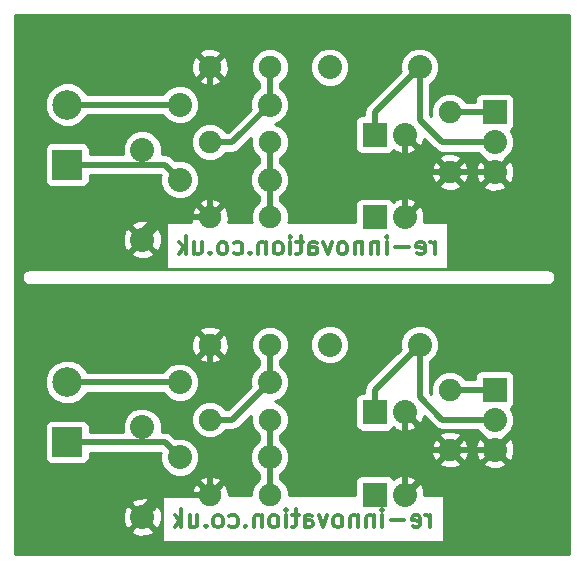
<source format=gbl>
G04 (created by PCBNEW (2013-07-07 BZR 4022)-stable) date 07/12/2013 13:23:06*
%MOIN*%
G04 Gerber Fmt 3.4, Leading zero omitted, Abs format*
%FSLAX34Y34*%
G01*
G70*
G90*
G04 APERTURE LIST*
%ADD10C,0.00590551*%
%ADD11C,0.011811*%
%ADD12C,0.075*%
%ADD13R,0.08X0.08*%
%ADD14C,0.08*%
%ADD15R,0.0984X0.0984*%
%ADD16C,0.0984*%
%ADD17C,0.035*%
%ADD18C,0.02*%
%ADD19C,0.01*%
G04 APERTURE END LIST*
G54D10*
G54D11*
X23096Y-35839D02*
X23096Y-35445D01*
X23096Y-35557D02*
X23068Y-35501D01*
X23040Y-35473D01*
X22983Y-35445D01*
X22927Y-35445D01*
X22505Y-35810D02*
X22562Y-35839D01*
X22674Y-35839D01*
X22730Y-35810D01*
X22758Y-35754D01*
X22758Y-35529D01*
X22730Y-35473D01*
X22674Y-35445D01*
X22562Y-35445D01*
X22505Y-35473D01*
X22477Y-35529D01*
X22477Y-35585D01*
X22758Y-35642D01*
X22224Y-35614D02*
X21774Y-35614D01*
X21493Y-35839D02*
X21493Y-35445D01*
X21493Y-35248D02*
X21521Y-35276D01*
X21493Y-35304D01*
X21465Y-35276D01*
X21493Y-35248D01*
X21493Y-35304D01*
X21212Y-35445D02*
X21212Y-35839D01*
X21212Y-35501D02*
X21184Y-35473D01*
X21127Y-35445D01*
X21043Y-35445D01*
X20987Y-35473D01*
X20959Y-35529D01*
X20959Y-35839D01*
X20677Y-35445D02*
X20677Y-35839D01*
X20677Y-35501D02*
X20649Y-35473D01*
X20593Y-35445D01*
X20509Y-35445D01*
X20452Y-35473D01*
X20424Y-35529D01*
X20424Y-35839D01*
X20059Y-35839D02*
X20115Y-35810D01*
X20143Y-35782D01*
X20171Y-35726D01*
X20171Y-35557D01*
X20143Y-35501D01*
X20115Y-35473D01*
X20059Y-35445D01*
X19974Y-35445D01*
X19918Y-35473D01*
X19890Y-35501D01*
X19862Y-35557D01*
X19862Y-35726D01*
X19890Y-35782D01*
X19918Y-35810D01*
X19974Y-35839D01*
X20059Y-35839D01*
X19665Y-35445D02*
X19524Y-35839D01*
X19384Y-35445D01*
X18906Y-35839D02*
X18906Y-35529D01*
X18934Y-35473D01*
X18990Y-35445D01*
X19103Y-35445D01*
X19159Y-35473D01*
X18906Y-35810D02*
X18962Y-35839D01*
X19103Y-35839D01*
X19159Y-35810D01*
X19187Y-35754D01*
X19187Y-35698D01*
X19159Y-35642D01*
X19103Y-35614D01*
X18962Y-35614D01*
X18906Y-35585D01*
X18709Y-35445D02*
X18484Y-35445D01*
X18625Y-35248D02*
X18625Y-35754D01*
X18596Y-35810D01*
X18540Y-35839D01*
X18484Y-35839D01*
X18287Y-35839D02*
X18287Y-35445D01*
X18287Y-35248D02*
X18315Y-35276D01*
X18287Y-35304D01*
X18259Y-35276D01*
X18287Y-35248D01*
X18287Y-35304D01*
X17921Y-35839D02*
X17978Y-35810D01*
X18006Y-35782D01*
X18034Y-35726D01*
X18034Y-35557D01*
X18006Y-35501D01*
X17978Y-35473D01*
X17921Y-35445D01*
X17837Y-35445D01*
X17781Y-35473D01*
X17753Y-35501D01*
X17725Y-35557D01*
X17725Y-35726D01*
X17753Y-35782D01*
X17781Y-35810D01*
X17837Y-35839D01*
X17921Y-35839D01*
X17472Y-35445D02*
X17472Y-35839D01*
X17472Y-35501D02*
X17443Y-35473D01*
X17387Y-35445D01*
X17303Y-35445D01*
X17247Y-35473D01*
X17218Y-35529D01*
X17218Y-35839D01*
X16937Y-35782D02*
X16909Y-35810D01*
X16937Y-35839D01*
X16965Y-35810D01*
X16937Y-35782D01*
X16937Y-35839D01*
X16403Y-35810D02*
X16459Y-35839D01*
X16572Y-35839D01*
X16628Y-35810D01*
X16656Y-35782D01*
X16684Y-35726D01*
X16684Y-35557D01*
X16656Y-35501D01*
X16628Y-35473D01*
X16572Y-35445D01*
X16459Y-35445D01*
X16403Y-35473D01*
X16065Y-35839D02*
X16122Y-35810D01*
X16150Y-35782D01*
X16178Y-35726D01*
X16178Y-35557D01*
X16150Y-35501D01*
X16122Y-35473D01*
X16065Y-35445D01*
X15981Y-35445D01*
X15925Y-35473D01*
X15897Y-35501D01*
X15869Y-35557D01*
X15869Y-35726D01*
X15897Y-35782D01*
X15925Y-35810D01*
X15981Y-35839D01*
X16065Y-35839D01*
X15616Y-35782D02*
X15587Y-35810D01*
X15616Y-35839D01*
X15644Y-35810D01*
X15616Y-35782D01*
X15616Y-35839D01*
X15081Y-35445D02*
X15081Y-35839D01*
X15334Y-35445D02*
X15334Y-35754D01*
X15306Y-35810D01*
X15250Y-35839D01*
X15166Y-35839D01*
X15109Y-35810D01*
X15081Y-35782D01*
X14800Y-35839D02*
X14800Y-35248D01*
X14744Y-35614D02*
X14575Y-35839D01*
X14575Y-35445D02*
X14800Y-35670D01*
X23246Y-26739D02*
X23246Y-26345D01*
X23246Y-26457D02*
X23218Y-26401D01*
X23190Y-26373D01*
X23133Y-26345D01*
X23077Y-26345D01*
X22655Y-26710D02*
X22712Y-26739D01*
X22824Y-26739D01*
X22880Y-26710D01*
X22908Y-26654D01*
X22908Y-26429D01*
X22880Y-26373D01*
X22824Y-26345D01*
X22712Y-26345D01*
X22655Y-26373D01*
X22627Y-26429D01*
X22627Y-26485D01*
X22908Y-26542D01*
X22374Y-26514D02*
X21924Y-26514D01*
X21643Y-26739D02*
X21643Y-26345D01*
X21643Y-26148D02*
X21671Y-26176D01*
X21643Y-26204D01*
X21615Y-26176D01*
X21643Y-26148D01*
X21643Y-26204D01*
X21362Y-26345D02*
X21362Y-26739D01*
X21362Y-26401D02*
X21334Y-26373D01*
X21277Y-26345D01*
X21193Y-26345D01*
X21137Y-26373D01*
X21109Y-26429D01*
X21109Y-26739D01*
X20827Y-26345D02*
X20827Y-26739D01*
X20827Y-26401D02*
X20799Y-26373D01*
X20743Y-26345D01*
X20659Y-26345D01*
X20602Y-26373D01*
X20574Y-26429D01*
X20574Y-26739D01*
X20209Y-26739D02*
X20265Y-26710D01*
X20293Y-26682D01*
X20321Y-26626D01*
X20321Y-26457D01*
X20293Y-26401D01*
X20265Y-26373D01*
X20209Y-26345D01*
X20124Y-26345D01*
X20068Y-26373D01*
X20040Y-26401D01*
X20012Y-26457D01*
X20012Y-26626D01*
X20040Y-26682D01*
X20068Y-26710D01*
X20124Y-26739D01*
X20209Y-26739D01*
X19815Y-26345D02*
X19674Y-26739D01*
X19534Y-26345D01*
X19056Y-26739D02*
X19056Y-26429D01*
X19084Y-26373D01*
X19140Y-26345D01*
X19253Y-26345D01*
X19309Y-26373D01*
X19056Y-26710D02*
X19112Y-26739D01*
X19253Y-26739D01*
X19309Y-26710D01*
X19337Y-26654D01*
X19337Y-26598D01*
X19309Y-26542D01*
X19253Y-26514D01*
X19112Y-26514D01*
X19056Y-26485D01*
X18859Y-26345D02*
X18634Y-26345D01*
X18775Y-26148D02*
X18775Y-26654D01*
X18746Y-26710D01*
X18690Y-26739D01*
X18634Y-26739D01*
X18437Y-26739D02*
X18437Y-26345D01*
X18437Y-26148D02*
X18465Y-26176D01*
X18437Y-26204D01*
X18409Y-26176D01*
X18437Y-26148D01*
X18437Y-26204D01*
X18071Y-26739D02*
X18128Y-26710D01*
X18156Y-26682D01*
X18184Y-26626D01*
X18184Y-26457D01*
X18156Y-26401D01*
X18128Y-26373D01*
X18071Y-26345D01*
X17987Y-26345D01*
X17931Y-26373D01*
X17903Y-26401D01*
X17875Y-26457D01*
X17875Y-26626D01*
X17903Y-26682D01*
X17931Y-26710D01*
X17987Y-26739D01*
X18071Y-26739D01*
X17622Y-26345D02*
X17622Y-26739D01*
X17622Y-26401D02*
X17593Y-26373D01*
X17537Y-26345D01*
X17453Y-26345D01*
X17397Y-26373D01*
X17368Y-26429D01*
X17368Y-26739D01*
X17087Y-26682D02*
X17059Y-26710D01*
X17087Y-26739D01*
X17115Y-26710D01*
X17087Y-26682D01*
X17087Y-26739D01*
X16553Y-26710D02*
X16609Y-26739D01*
X16722Y-26739D01*
X16778Y-26710D01*
X16806Y-26682D01*
X16834Y-26626D01*
X16834Y-26457D01*
X16806Y-26401D01*
X16778Y-26373D01*
X16722Y-26345D01*
X16609Y-26345D01*
X16553Y-26373D01*
X16215Y-26739D02*
X16272Y-26710D01*
X16300Y-26682D01*
X16328Y-26626D01*
X16328Y-26457D01*
X16300Y-26401D01*
X16272Y-26373D01*
X16215Y-26345D01*
X16131Y-26345D01*
X16075Y-26373D01*
X16047Y-26401D01*
X16019Y-26457D01*
X16019Y-26626D01*
X16047Y-26682D01*
X16075Y-26710D01*
X16131Y-26739D01*
X16215Y-26739D01*
X15766Y-26682D02*
X15737Y-26710D01*
X15766Y-26739D01*
X15794Y-26710D01*
X15766Y-26682D01*
X15766Y-26739D01*
X15231Y-26345D02*
X15231Y-26739D01*
X15484Y-26345D02*
X15484Y-26654D01*
X15456Y-26710D01*
X15400Y-26739D01*
X15316Y-26739D01*
X15259Y-26710D01*
X15231Y-26682D01*
X14950Y-26739D02*
X14950Y-26148D01*
X14894Y-26514D02*
X14725Y-26739D01*
X14725Y-26345D02*
X14950Y-26570D01*
G54D12*
X23750Y-31250D03*
X23750Y-33250D03*
X15750Y-29750D03*
X17750Y-29750D03*
X17750Y-34750D03*
X15750Y-34750D03*
X15750Y-32250D03*
X17750Y-32250D03*
G54D13*
X21250Y-32000D03*
G54D14*
X22250Y-32000D03*
G54D13*
X21250Y-34750D03*
G54D14*
X22250Y-34750D03*
X19750Y-29750D03*
X22750Y-29750D03*
X13500Y-32500D03*
X13500Y-35500D03*
X14750Y-33500D03*
X17750Y-33500D03*
X14750Y-31000D03*
X17750Y-31000D03*
G54D15*
X11000Y-33000D03*
G54D16*
X11000Y-31000D03*
G54D13*
X25250Y-31250D03*
G54D14*
X25250Y-32250D03*
X25250Y-33250D03*
G54D13*
X25250Y-22000D03*
G54D14*
X25250Y-23000D03*
X25250Y-24000D03*
G54D15*
X11000Y-23750D03*
G54D16*
X11000Y-21750D03*
G54D14*
X14750Y-21750D03*
X17750Y-21750D03*
X14750Y-24250D03*
X17750Y-24250D03*
X13500Y-23250D03*
X13500Y-26250D03*
X19750Y-20500D03*
X22750Y-20500D03*
G54D13*
X21250Y-25500D03*
G54D14*
X22250Y-25500D03*
G54D13*
X21250Y-22750D03*
G54D14*
X22250Y-22750D03*
G54D12*
X15750Y-23000D03*
X17750Y-23000D03*
X17750Y-25500D03*
X15750Y-25500D03*
X15750Y-20500D03*
X17750Y-20500D03*
X23750Y-22000D03*
X23750Y-24000D03*
G54D17*
X19250Y-33750D03*
X19250Y-24500D03*
G54D18*
X15750Y-33500D02*
X15000Y-32750D01*
X15000Y-32750D02*
X15000Y-32000D01*
X15000Y-32000D02*
X15750Y-31250D01*
X15750Y-31250D02*
X15750Y-29750D01*
X15750Y-34750D02*
X15750Y-33500D01*
X13500Y-35250D02*
X14000Y-34750D01*
X14000Y-34750D02*
X15750Y-34750D01*
X13500Y-35500D02*
X13500Y-35250D01*
X23750Y-33250D02*
X25250Y-33250D01*
X22250Y-33250D02*
X22250Y-32000D01*
X22250Y-33750D02*
X22250Y-33250D01*
X22250Y-34750D02*
X22250Y-33750D01*
X23750Y-33250D02*
X22250Y-33250D01*
X19250Y-33750D02*
X22250Y-33750D01*
X19250Y-24500D02*
X22250Y-24500D01*
X23750Y-24000D02*
X22250Y-24000D01*
X22250Y-25500D02*
X22250Y-24500D01*
X22250Y-24500D02*
X22250Y-24000D01*
X22250Y-24000D02*
X22250Y-22750D01*
X23750Y-24000D02*
X25250Y-24000D01*
X13500Y-26250D02*
X13500Y-26000D01*
X14000Y-25500D02*
X15750Y-25500D01*
X13500Y-26000D02*
X14000Y-25500D01*
X15750Y-25500D02*
X15750Y-24250D01*
X15750Y-22000D02*
X15750Y-20500D01*
X15000Y-22750D02*
X15750Y-22000D01*
X15000Y-23500D02*
X15000Y-22750D01*
X15750Y-24250D02*
X15000Y-23500D01*
X21250Y-31250D02*
X22750Y-29750D01*
X21250Y-32000D02*
X21250Y-31250D01*
X23500Y-32250D02*
X22750Y-31500D01*
X22750Y-31500D02*
X22750Y-29750D01*
X25250Y-32250D02*
X23500Y-32250D01*
X25250Y-23000D02*
X23500Y-23000D01*
X22750Y-22250D02*
X22750Y-20500D01*
X23500Y-23000D02*
X22750Y-22250D01*
X21250Y-22750D02*
X21250Y-22000D01*
X21250Y-22000D02*
X22750Y-20500D01*
X11000Y-31000D02*
X14750Y-31000D01*
X11000Y-21750D02*
X14750Y-21750D01*
G54D19*
X14250Y-33000D02*
X14750Y-33500D01*
G54D18*
X14250Y-33000D02*
X14750Y-33500D01*
X13500Y-33000D02*
X14250Y-33000D01*
X11000Y-33000D02*
X13500Y-33000D01*
X13500Y-32500D02*
X13500Y-33000D01*
X13500Y-23250D02*
X13500Y-23750D01*
X11000Y-23750D02*
X13500Y-23750D01*
X13500Y-23750D02*
X14250Y-23750D01*
X14250Y-23750D02*
X14750Y-24250D01*
G54D19*
X14250Y-23750D02*
X14750Y-24250D01*
G54D18*
X17750Y-33500D02*
X17750Y-32250D01*
X17750Y-34750D02*
X17750Y-33500D01*
X17750Y-25500D02*
X17750Y-24250D01*
X17750Y-24250D02*
X17750Y-23000D01*
X16500Y-32250D02*
X17750Y-31000D01*
X15750Y-32250D02*
X16500Y-32250D01*
X17750Y-31000D02*
X17750Y-29750D01*
X17750Y-21750D02*
X17750Y-20500D01*
X15750Y-23000D02*
X16500Y-23000D01*
X16500Y-23000D02*
X17750Y-21750D01*
X25250Y-31250D02*
X23750Y-31250D01*
X25250Y-22000D02*
X23750Y-22000D01*
G54D10*
G36*
X27730Y-36730D02*
X27269Y-36730D01*
X27269Y-27500D01*
X27249Y-27396D01*
X27190Y-27309D01*
X27103Y-27250D01*
X27000Y-27230D01*
X25904Y-27230D01*
X25904Y-24105D01*
X25900Y-23991D01*
X25900Y-22871D01*
X25801Y-22632D01*
X25784Y-22615D01*
X25791Y-22612D01*
X25861Y-22541D01*
X25899Y-22449D01*
X25900Y-22350D01*
X25900Y-21550D01*
X25862Y-21458D01*
X25791Y-21388D01*
X25699Y-21350D01*
X25600Y-21349D01*
X24800Y-21349D01*
X24708Y-21387D01*
X24638Y-21458D01*
X24600Y-21550D01*
X24599Y-21649D01*
X24599Y-21650D01*
X24281Y-21650D01*
X24280Y-21646D01*
X24104Y-21470D01*
X23874Y-21375D01*
X23626Y-21374D01*
X23396Y-21469D01*
X23220Y-21645D01*
X23125Y-21875D01*
X23124Y-22123D01*
X23129Y-22134D01*
X23100Y-22105D01*
X23100Y-21058D01*
X23117Y-21051D01*
X23300Y-20868D01*
X23399Y-20629D01*
X23400Y-20371D01*
X23301Y-20132D01*
X23118Y-19949D01*
X22879Y-19850D01*
X22621Y-19849D01*
X22382Y-19948D01*
X22199Y-20131D01*
X22100Y-20370D01*
X22099Y-20628D01*
X22107Y-20647D01*
X21002Y-21752D01*
X20926Y-21866D01*
X20900Y-22000D01*
X20900Y-22099D01*
X20800Y-22099D01*
X20708Y-22137D01*
X20638Y-22208D01*
X20600Y-22300D01*
X20599Y-22399D01*
X20599Y-23199D01*
X20637Y-23291D01*
X20708Y-23361D01*
X20800Y-23399D01*
X20899Y-23400D01*
X21699Y-23400D01*
X21791Y-23362D01*
X21861Y-23291D01*
X21878Y-23251D01*
X21902Y-23314D01*
X22144Y-23404D01*
X22402Y-23394D01*
X22597Y-23314D01*
X22637Y-23208D01*
X22250Y-22820D01*
X22244Y-22826D01*
X22173Y-22755D01*
X22179Y-22750D01*
X22173Y-22744D01*
X22244Y-22673D01*
X22250Y-22679D01*
X22255Y-22673D01*
X22326Y-22744D01*
X22320Y-22750D01*
X22708Y-23137D01*
X22814Y-23097D01*
X22892Y-22887D01*
X23252Y-23247D01*
X23252Y-23247D01*
X23366Y-23323D01*
X23499Y-23350D01*
X23499Y-23349D01*
X23500Y-23350D01*
X24691Y-23350D01*
X24698Y-23367D01*
X24865Y-23534D01*
X24862Y-23541D01*
X25250Y-23929D01*
X25637Y-23541D01*
X25634Y-23534D01*
X25800Y-23368D01*
X25899Y-23129D01*
X25900Y-22871D01*
X25900Y-23991D01*
X25894Y-23847D01*
X25814Y-23652D01*
X25708Y-23612D01*
X25320Y-24000D01*
X25708Y-24387D01*
X25814Y-24347D01*
X25904Y-24105D01*
X25904Y-27230D01*
X25637Y-27230D01*
X25637Y-24458D01*
X25250Y-24070D01*
X25179Y-24141D01*
X25179Y-24000D01*
X24791Y-23612D01*
X24685Y-23652D01*
X24595Y-23894D01*
X24605Y-24152D01*
X24685Y-24347D01*
X24791Y-24387D01*
X25179Y-24000D01*
X25179Y-24141D01*
X24862Y-24458D01*
X24902Y-24564D01*
X25144Y-24654D01*
X25402Y-24644D01*
X25597Y-24564D01*
X25637Y-24458D01*
X25637Y-27230D01*
X24379Y-27230D01*
X24379Y-24099D01*
X24369Y-23851D01*
X24293Y-23667D01*
X24190Y-23630D01*
X24119Y-23701D01*
X24119Y-23559D01*
X24082Y-23456D01*
X23849Y-23370D01*
X23601Y-23380D01*
X23417Y-23456D01*
X23380Y-23559D01*
X23750Y-23929D01*
X24119Y-23559D01*
X24119Y-23701D01*
X23820Y-24000D01*
X24190Y-24369D01*
X24293Y-24332D01*
X24379Y-24099D01*
X24379Y-27230D01*
X24119Y-27230D01*
X24119Y-24440D01*
X23750Y-24070D01*
X23679Y-24141D01*
X23679Y-24000D01*
X23309Y-23630D01*
X23206Y-23667D01*
X23120Y-23900D01*
X23130Y-24148D01*
X23206Y-24332D01*
X23309Y-24369D01*
X23679Y-24000D01*
X23679Y-24141D01*
X23380Y-24440D01*
X23417Y-24543D01*
X23650Y-24629D01*
X23898Y-24619D01*
X24082Y-24543D01*
X24119Y-24440D01*
X24119Y-27230D01*
X23696Y-27230D01*
X23696Y-27222D01*
X23696Y-25659D01*
X22884Y-25659D01*
X22904Y-25605D01*
X22894Y-25347D01*
X22814Y-25152D01*
X22708Y-25112D01*
X22320Y-25500D01*
X22326Y-25505D01*
X22255Y-25576D01*
X22250Y-25570D01*
X22244Y-25576D01*
X22173Y-25505D01*
X22179Y-25500D01*
X22173Y-25494D01*
X22244Y-25423D01*
X22250Y-25429D01*
X22637Y-25041D01*
X22597Y-24935D01*
X22355Y-24845D01*
X22097Y-24855D01*
X21902Y-24935D01*
X21878Y-24998D01*
X21862Y-24958D01*
X21791Y-24888D01*
X21699Y-24850D01*
X21600Y-24849D01*
X20800Y-24849D01*
X20708Y-24887D01*
X20638Y-24958D01*
X20600Y-25050D01*
X20599Y-25149D01*
X20599Y-25659D01*
X20400Y-25659D01*
X20400Y-20371D01*
X20301Y-20132D01*
X20118Y-19949D01*
X19879Y-19850D01*
X19621Y-19849D01*
X19382Y-19948D01*
X19199Y-20131D01*
X19100Y-20370D01*
X19099Y-20628D01*
X19198Y-20867D01*
X19381Y-21050D01*
X19620Y-21149D01*
X19878Y-21150D01*
X20117Y-21051D01*
X20300Y-20868D01*
X20399Y-20629D01*
X20400Y-20371D01*
X20400Y-25659D01*
X18360Y-25659D01*
X18374Y-25624D01*
X18375Y-25376D01*
X18280Y-25146D01*
X18104Y-24970D01*
X18100Y-24968D01*
X18100Y-24808D01*
X18117Y-24801D01*
X18300Y-24618D01*
X18399Y-24379D01*
X18400Y-24121D01*
X18301Y-23882D01*
X18118Y-23699D01*
X18100Y-23691D01*
X18100Y-23531D01*
X18103Y-23530D01*
X18279Y-23354D01*
X18374Y-23124D01*
X18375Y-22876D01*
X18280Y-22646D01*
X18104Y-22470D01*
X17906Y-22388D01*
X18117Y-22301D01*
X18300Y-22118D01*
X18399Y-21879D01*
X18400Y-21621D01*
X18301Y-21382D01*
X18118Y-21199D01*
X18100Y-21191D01*
X18100Y-21031D01*
X18103Y-21030D01*
X18279Y-20854D01*
X18374Y-20624D01*
X18375Y-20376D01*
X18280Y-20146D01*
X18104Y-19970D01*
X17874Y-19875D01*
X17626Y-19874D01*
X17396Y-19969D01*
X17220Y-20145D01*
X17125Y-20375D01*
X17124Y-20623D01*
X17219Y-20853D01*
X17395Y-21029D01*
X17400Y-21031D01*
X17400Y-21191D01*
X17382Y-21198D01*
X17199Y-21381D01*
X17100Y-21620D01*
X17099Y-21878D01*
X17107Y-21897D01*
X16379Y-22625D01*
X16379Y-20599D01*
X16369Y-20351D01*
X16293Y-20167D01*
X16190Y-20130D01*
X16119Y-20201D01*
X16119Y-20059D01*
X16082Y-19956D01*
X15849Y-19870D01*
X15601Y-19880D01*
X15417Y-19956D01*
X15380Y-20059D01*
X15750Y-20429D01*
X16119Y-20059D01*
X16119Y-20201D01*
X15820Y-20500D01*
X16190Y-20869D01*
X16293Y-20832D01*
X16379Y-20599D01*
X16379Y-22625D01*
X16355Y-22650D01*
X16281Y-22650D01*
X16280Y-22646D01*
X16119Y-22485D01*
X16119Y-20940D01*
X15750Y-20570D01*
X15679Y-20641D01*
X15679Y-20500D01*
X15309Y-20130D01*
X15206Y-20167D01*
X15120Y-20400D01*
X15130Y-20648D01*
X15206Y-20832D01*
X15309Y-20869D01*
X15679Y-20500D01*
X15679Y-20641D01*
X15380Y-20940D01*
X15417Y-21043D01*
X15650Y-21129D01*
X15898Y-21119D01*
X16082Y-21043D01*
X16119Y-20940D01*
X16119Y-22485D01*
X16104Y-22470D01*
X15874Y-22375D01*
X15626Y-22374D01*
X15400Y-22468D01*
X15400Y-21621D01*
X15301Y-21382D01*
X15118Y-21199D01*
X14879Y-21100D01*
X14621Y-21099D01*
X14382Y-21198D01*
X14199Y-21381D01*
X14191Y-21400D01*
X11658Y-21400D01*
X11629Y-21330D01*
X11420Y-21121D01*
X11148Y-21008D01*
X10853Y-21007D01*
X10580Y-21120D01*
X10371Y-21329D01*
X10258Y-21601D01*
X10257Y-21896D01*
X10370Y-22169D01*
X10579Y-22378D01*
X10851Y-22491D01*
X11146Y-22492D01*
X11419Y-22379D01*
X11628Y-22170D01*
X11658Y-22100D01*
X14191Y-22100D01*
X14198Y-22117D01*
X14381Y-22300D01*
X14620Y-22399D01*
X14878Y-22400D01*
X15117Y-22301D01*
X15300Y-22118D01*
X15399Y-21879D01*
X15400Y-21621D01*
X15400Y-22468D01*
X15396Y-22469D01*
X15220Y-22645D01*
X15125Y-22875D01*
X15124Y-23123D01*
X15219Y-23353D01*
X15395Y-23529D01*
X15625Y-23624D01*
X15873Y-23625D01*
X16103Y-23530D01*
X16279Y-23354D01*
X16281Y-23350D01*
X16500Y-23350D01*
X16633Y-23323D01*
X16633Y-23323D01*
X16747Y-23247D01*
X17128Y-22866D01*
X17125Y-22875D01*
X17124Y-23123D01*
X17219Y-23353D01*
X17395Y-23529D01*
X17400Y-23531D01*
X17400Y-23691D01*
X17382Y-23698D01*
X17199Y-23881D01*
X17100Y-24120D01*
X17099Y-24378D01*
X17198Y-24617D01*
X17381Y-24800D01*
X17400Y-24808D01*
X17400Y-24968D01*
X17396Y-24969D01*
X17220Y-25145D01*
X17125Y-25375D01*
X17124Y-25623D01*
X17139Y-25659D01*
X16357Y-25659D01*
X16379Y-25599D01*
X16369Y-25351D01*
X16293Y-25167D01*
X16190Y-25130D01*
X16119Y-25201D01*
X16119Y-25059D01*
X16082Y-24956D01*
X15849Y-24870D01*
X15601Y-24880D01*
X15417Y-24956D01*
X15400Y-25004D01*
X15400Y-24121D01*
X15301Y-23882D01*
X15118Y-23699D01*
X14879Y-23600D01*
X14621Y-23599D01*
X14602Y-23607D01*
X14497Y-23502D01*
X14383Y-23426D01*
X14250Y-23400D01*
X14141Y-23400D01*
X14149Y-23379D01*
X14150Y-23121D01*
X14051Y-22882D01*
X13868Y-22699D01*
X13629Y-22600D01*
X13371Y-22599D01*
X13132Y-22698D01*
X12949Y-22881D01*
X12850Y-23120D01*
X12849Y-23378D01*
X12858Y-23400D01*
X11742Y-23400D01*
X11742Y-23208D01*
X11704Y-23116D01*
X11633Y-23046D01*
X11541Y-23008D01*
X11442Y-23007D01*
X10458Y-23007D01*
X10366Y-23045D01*
X10296Y-23116D01*
X10258Y-23208D01*
X10257Y-23307D01*
X10257Y-24291D01*
X10295Y-24383D01*
X10366Y-24453D01*
X10458Y-24491D01*
X10557Y-24492D01*
X11541Y-24492D01*
X11633Y-24454D01*
X11703Y-24383D01*
X11741Y-24291D01*
X11742Y-24192D01*
X11742Y-24100D01*
X13500Y-24100D01*
X14105Y-24100D01*
X14107Y-24102D01*
X14100Y-24120D01*
X14099Y-24378D01*
X14198Y-24617D01*
X14381Y-24800D01*
X14620Y-24899D01*
X14878Y-24900D01*
X15117Y-24801D01*
X15300Y-24618D01*
X15399Y-24379D01*
X15400Y-24121D01*
X15400Y-25004D01*
X15380Y-25059D01*
X15750Y-25429D01*
X16119Y-25059D01*
X16119Y-25201D01*
X15820Y-25500D01*
X15826Y-25505D01*
X15755Y-25576D01*
X15750Y-25570D01*
X15744Y-25576D01*
X15673Y-25505D01*
X15679Y-25500D01*
X15309Y-25130D01*
X15206Y-25167D01*
X15120Y-25400D01*
X15130Y-25648D01*
X15134Y-25659D01*
X14303Y-25659D01*
X14303Y-27222D01*
X23696Y-27222D01*
X23696Y-27230D01*
X14154Y-27230D01*
X14154Y-26355D01*
X14144Y-26097D01*
X14064Y-25902D01*
X13958Y-25862D01*
X13887Y-25933D01*
X13887Y-25791D01*
X13847Y-25685D01*
X13605Y-25595D01*
X13347Y-25605D01*
X13152Y-25685D01*
X13112Y-25791D01*
X13500Y-26179D01*
X13887Y-25791D01*
X13887Y-25933D01*
X13570Y-26250D01*
X13958Y-26637D01*
X14064Y-26597D01*
X14154Y-26355D01*
X14154Y-27230D01*
X13887Y-27230D01*
X13887Y-26708D01*
X13500Y-26320D01*
X13429Y-26391D01*
X13429Y-26250D01*
X13041Y-25862D01*
X12935Y-25902D01*
X12845Y-26144D01*
X12855Y-26402D01*
X12935Y-26597D01*
X13041Y-26637D01*
X13429Y-26250D01*
X13429Y-26391D01*
X13112Y-26708D01*
X13152Y-26814D01*
X13394Y-26904D01*
X13652Y-26894D01*
X13847Y-26814D01*
X13887Y-26708D01*
X13887Y-27230D01*
X9750Y-27230D01*
X9646Y-27250D01*
X9559Y-27309D01*
X9500Y-27396D01*
X9480Y-27500D01*
X9500Y-27603D01*
X9559Y-27690D01*
X9646Y-27749D01*
X9750Y-27769D01*
X27000Y-27769D01*
X27103Y-27749D01*
X27190Y-27690D01*
X27249Y-27603D01*
X27269Y-27500D01*
X27269Y-36730D01*
X25904Y-36730D01*
X25904Y-33355D01*
X25900Y-33241D01*
X25900Y-32121D01*
X25801Y-31882D01*
X25784Y-31865D01*
X25791Y-31862D01*
X25861Y-31791D01*
X25899Y-31699D01*
X25900Y-31600D01*
X25900Y-30800D01*
X25862Y-30708D01*
X25791Y-30638D01*
X25699Y-30600D01*
X25600Y-30599D01*
X24800Y-30599D01*
X24708Y-30637D01*
X24638Y-30708D01*
X24600Y-30800D01*
X24599Y-30899D01*
X24599Y-30900D01*
X24281Y-30900D01*
X24280Y-30896D01*
X24104Y-30720D01*
X23874Y-30625D01*
X23626Y-30624D01*
X23396Y-30719D01*
X23220Y-30895D01*
X23125Y-31125D01*
X23124Y-31373D01*
X23129Y-31384D01*
X23100Y-31355D01*
X23100Y-30308D01*
X23117Y-30301D01*
X23300Y-30118D01*
X23399Y-29879D01*
X23400Y-29621D01*
X23301Y-29382D01*
X23118Y-29199D01*
X22879Y-29100D01*
X22621Y-29099D01*
X22382Y-29198D01*
X22199Y-29381D01*
X22100Y-29620D01*
X22099Y-29878D01*
X22107Y-29897D01*
X21002Y-31002D01*
X20926Y-31116D01*
X20900Y-31250D01*
X20900Y-31349D01*
X20800Y-31349D01*
X20708Y-31387D01*
X20638Y-31458D01*
X20600Y-31550D01*
X20599Y-31649D01*
X20599Y-32449D01*
X20637Y-32541D01*
X20708Y-32611D01*
X20800Y-32649D01*
X20899Y-32650D01*
X21699Y-32650D01*
X21791Y-32612D01*
X21861Y-32541D01*
X21878Y-32501D01*
X21902Y-32564D01*
X22144Y-32654D01*
X22402Y-32644D01*
X22597Y-32564D01*
X22637Y-32458D01*
X22250Y-32070D01*
X22244Y-32076D01*
X22173Y-32005D01*
X22179Y-32000D01*
X22173Y-31994D01*
X22244Y-31923D01*
X22250Y-31929D01*
X22255Y-31923D01*
X22326Y-31994D01*
X22320Y-32000D01*
X22708Y-32387D01*
X22814Y-32347D01*
X22892Y-32137D01*
X23252Y-32497D01*
X23252Y-32497D01*
X23366Y-32573D01*
X23499Y-32600D01*
X23499Y-32599D01*
X23500Y-32600D01*
X24691Y-32600D01*
X24698Y-32617D01*
X24865Y-32784D01*
X24862Y-32791D01*
X25250Y-33179D01*
X25637Y-32791D01*
X25634Y-32784D01*
X25800Y-32618D01*
X25899Y-32379D01*
X25900Y-32121D01*
X25900Y-33241D01*
X25894Y-33097D01*
X25814Y-32902D01*
X25708Y-32862D01*
X25320Y-33250D01*
X25708Y-33637D01*
X25814Y-33597D01*
X25904Y-33355D01*
X25904Y-36730D01*
X25637Y-36730D01*
X25637Y-33708D01*
X25250Y-33320D01*
X25179Y-33391D01*
X25179Y-33250D01*
X24791Y-32862D01*
X24685Y-32902D01*
X24595Y-33144D01*
X24605Y-33402D01*
X24685Y-33597D01*
X24791Y-33637D01*
X25179Y-33250D01*
X25179Y-33391D01*
X24862Y-33708D01*
X24902Y-33814D01*
X25144Y-33904D01*
X25402Y-33894D01*
X25597Y-33814D01*
X25637Y-33708D01*
X25637Y-36730D01*
X24379Y-36730D01*
X24379Y-33349D01*
X24369Y-33101D01*
X24293Y-32917D01*
X24190Y-32880D01*
X24119Y-32951D01*
X24119Y-32809D01*
X24082Y-32706D01*
X23849Y-32620D01*
X23601Y-32630D01*
X23417Y-32706D01*
X23380Y-32809D01*
X23750Y-33179D01*
X24119Y-32809D01*
X24119Y-32951D01*
X23820Y-33250D01*
X24190Y-33619D01*
X24293Y-33582D01*
X24379Y-33349D01*
X24379Y-36730D01*
X24119Y-36730D01*
X24119Y-33690D01*
X23750Y-33320D01*
X23679Y-33391D01*
X23679Y-33250D01*
X23309Y-32880D01*
X23206Y-32917D01*
X23120Y-33150D01*
X23130Y-33398D01*
X23206Y-33582D01*
X23309Y-33619D01*
X23679Y-33250D01*
X23679Y-33391D01*
X23380Y-33690D01*
X23417Y-33793D01*
X23650Y-33879D01*
X23898Y-33869D01*
X24082Y-33793D01*
X24119Y-33690D01*
X24119Y-36730D01*
X23546Y-36730D01*
X23546Y-36322D01*
X23546Y-34759D01*
X22900Y-34759D01*
X22894Y-34597D01*
X22814Y-34402D01*
X22708Y-34362D01*
X22320Y-34750D01*
X22326Y-34755D01*
X22322Y-34759D01*
X22177Y-34759D01*
X22173Y-34755D01*
X22179Y-34750D01*
X22173Y-34744D01*
X22244Y-34673D01*
X22250Y-34679D01*
X22637Y-34291D01*
X22597Y-34185D01*
X22355Y-34095D01*
X22097Y-34105D01*
X21902Y-34185D01*
X21878Y-34248D01*
X21862Y-34208D01*
X21791Y-34138D01*
X21699Y-34100D01*
X21600Y-34099D01*
X20800Y-34099D01*
X20708Y-34137D01*
X20638Y-34208D01*
X20600Y-34300D01*
X20599Y-34399D01*
X20599Y-34759D01*
X20400Y-34759D01*
X20400Y-29621D01*
X20301Y-29382D01*
X20118Y-29199D01*
X19879Y-29100D01*
X19621Y-29099D01*
X19382Y-29198D01*
X19199Y-29381D01*
X19100Y-29620D01*
X19099Y-29878D01*
X19198Y-30117D01*
X19381Y-30300D01*
X19620Y-30399D01*
X19878Y-30400D01*
X20117Y-30301D01*
X20300Y-30118D01*
X20399Y-29879D01*
X20400Y-29621D01*
X20400Y-34759D01*
X18374Y-34759D01*
X18375Y-34626D01*
X18280Y-34396D01*
X18104Y-34220D01*
X18100Y-34218D01*
X18100Y-34058D01*
X18117Y-34051D01*
X18300Y-33868D01*
X18399Y-33629D01*
X18400Y-33371D01*
X18301Y-33132D01*
X18118Y-32949D01*
X18100Y-32941D01*
X18100Y-32781D01*
X18103Y-32780D01*
X18279Y-32604D01*
X18374Y-32374D01*
X18375Y-32126D01*
X18280Y-31896D01*
X18104Y-31720D01*
X17906Y-31638D01*
X18117Y-31551D01*
X18300Y-31368D01*
X18399Y-31129D01*
X18400Y-30871D01*
X18301Y-30632D01*
X18118Y-30449D01*
X18100Y-30441D01*
X18100Y-30281D01*
X18103Y-30280D01*
X18279Y-30104D01*
X18374Y-29874D01*
X18375Y-29626D01*
X18280Y-29396D01*
X18104Y-29220D01*
X17874Y-29125D01*
X17626Y-29124D01*
X17396Y-29219D01*
X17220Y-29395D01*
X17125Y-29625D01*
X17124Y-29873D01*
X17219Y-30103D01*
X17395Y-30279D01*
X17400Y-30281D01*
X17400Y-30441D01*
X17382Y-30448D01*
X17199Y-30631D01*
X17100Y-30870D01*
X17099Y-31128D01*
X17107Y-31147D01*
X16379Y-31875D01*
X16379Y-29849D01*
X16369Y-29601D01*
X16293Y-29417D01*
X16190Y-29380D01*
X16119Y-29451D01*
X16119Y-29309D01*
X16082Y-29206D01*
X15849Y-29120D01*
X15601Y-29130D01*
X15417Y-29206D01*
X15380Y-29309D01*
X15750Y-29679D01*
X16119Y-29309D01*
X16119Y-29451D01*
X15820Y-29750D01*
X16190Y-30119D01*
X16293Y-30082D01*
X16379Y-29849D01*
X16379Y-31875D01*
X16355Y-31900D01*
X16281Y-31900D01*
X16280Y-31896D01*
X16119Y-31735D01*
X16119Y-30190D01*
X15750Y-29820D01*
X15679Y-29891D01*
X15679Y-29750D01*
X15309Y-29380D01*
X15206Y-29417D01*
X15120Y-29650D01*
X15130Y-29898D01*
X15206Y-30082D01*
X15309Y-30119D01*
X15679Y-29750D01*
X15679Y-29891D01*
X15380Y-30190D01*
X15417Y-30293D01*
X15650Y-30379D01*
X15898Y-30369D01*
X16082Y-30293D01*
X16119Y-30190D01*
X16119Y-31735D01*
X16104Y-31720D01*
X15874Y-31625D01*
X15626Y-31624D01*
X15400Y-31718D01*
X15400Y-30871D01*
X15301Y-30632D01*
X15118Y-30449D01*
X14879Y-30350D01*
X14621Y-30349D01*
X14382Y-30448D01*
X14199Y-30631D01*
X14191Y-30650D01*
X11658Y-30650D01*
X11629Y-30580D01*
X11420Y-30371D01*
X11148Y-30258D01*
X10853Y-30257D01*
X10580Y-30370D01*
X10371Y-30579D01*
X10258Y-30851D01*
X10257Y-31146D01*
X10370Y-31419D01*
X10579Y-31628D01*
X10851Y-31741D01*
X11146Y-31742D01*
X11419Y-31629D01*
X11628Y-31420D01*
X11658Y-31350D01*
X14191Y-31350D01*
X14198Y-31367D01*
X14381Y-31550D01*
X14620Y-31649D01*
X14878Y-31650D01*
X15117Y-31551D01*
X15300Y-31368D01*
X15399Y-31129D01*
X15400Y-30871D01*
X15400Y-31718D01*
X15396Y-31719D01*
X15220Y-31895D01*
X15125Y-32125D01*
X15124Y-32373D01*
X15219Y-32603D01*
X15395Y-32779D01*
X15625Y-32874D01*
X15873Y-32875D01*
X16103Y-32780D01*
X16279Y-32604D01*
X16281Y-32600D01*
X16500Y-32600D01*
X16633Y-32573D01*
X16633Y-32573D01*
X16747Y-32497D01*
X17128Y-32116D01*
X17125Y-32125D01*
X17124Y-32373D01*
X17219Y-32603D01*
X17395Y-32779D01*
X17400Y-32781D01*
X17400Y-32941D01*
X17382Y-32948D01*
X17199Y-33131D01*
X17100Y-33370D01*
X17099Y-33628D01*
X17198Y-33867D01*
X17381Y-34050D01*
X17400Y-34058D01*
X17400Y-34218D01*
X17396Y-34219D01*
X17220Y-34395D01*
X17125Y-34625D01*
X17124Y-34759D01*
X16375Y-34759D01*
X16369Y-34601D01*
X16293Y-34417D01*
X16190Y-34380D01*
X16119Y-34451D01*
X16119Y-34309D01*
X16082Y-34206D01*
X15849Y-34120D01*
X15601Y-34130D01*
X15417Y-34206D01*
X15400Y-34254D01*
X15400Y-33371D01*
X15301Y-33132D01*
X15118Y-32949D01*
X14879Y-32850D01*
X14621Y-32849D01*
X14602Y-32857D01*
X14497Y-32752D01*
X14383Y-32676D01*
X14250Y-32650D01*
X14141Y-32650D01*
X14149Y-32629D01*
X14150Y-32371D01*
X14051Y-32132D01*
X13868Y-31949D01*
X13629Y-31850D01*
X13371Y-31849D01*
X13132Y-31948D01*
X12949Y-32131D01*
X12850Y-32370D01*
X12849Y-32628D01*
X12858Y-32650D01*
X11742Y-32650D01*
X11742Y-32458D01*
X11704Y-32366D01*
X11633Y-32296D01*
X11541Y-32258D01*
X11442Y-32257D01*
X10458Y-32257D01*
X10366Y-32295D01*
X10296Y-32366D01*
X10258Y-32458D01*
X10257Y-32557D01*
X10257Y-33541D01*
X10295Y-33633D01*
X10366Y-33703D01*
X10458Y-33741D01*
X10557Y-33742D01*
X11541Y-33742D01*
X11633Y-33704D01*
X11703Y-33633D01*
X11741Y-33541D01*
X11742Y-33442D01*
X11742Y-33350D01*
X13500Y-33350D01*
X14105Y-33350D01*
X14107Y-33352D01*
X14100Y-33370D01*
X14099Y-33628D01*
X14198Y-33867D01*
X14381Y-34050D01*
X14620Y-34149D01*
X14878Y-34150D01*
X15117Y-34051D01*
X15300Y-33868D01*
X15399Y-33629D01*
X15400Y-33371D01*
X15400Y-34254D01*
X15380Y-34309D01*
X15750Y-34679D01*
X16119Y-34309D01*
X16119Y-34451D01*
X15820Y-34750D01*
X15826Y-34755D01*
X15822Y-34759D01*
X15677Y-34759D01*
X15673Y-34755D01*
X15679Y-34750D01*
X15309Y-34380D01*
X15206Y-34417D01*
X15120Y-34650D01*
X15124Y-34759D01*
X14153Y-34759D01*
X14153Y-35598D01*
X14144Y-35347D01*
X14064Y-35152D01*
X13958Y-35112D01*
X13887Y-35183D01*
X13887Y-35041D01*
X13847Y-34935D01*
X13605Y-34845D01*
X13347Y-34855D01*
X13152Y-34935D01*
X13112Y-35041D01*
X13500Y-35429D01*
X13887Y-35041D01*
X13887Y-35183D01*
X13570Y-35500D01*
X13958Y-35887D01*
X14064Y-35847D01*
X14153Y-35606D01*
X14153Y-36322D01*
X23546Y-36322D01*
X23546Y-36730D01*
X13887Y-36730D01*
X13887Y-35958D01*
X13500Y-35570D01*
X13429Y-35641D01*
X13429Y-35500D01*
X13041Y-35112D01*
X12935Y-35152D01*
X12845Y-35394D01*
X12855Y-35652D01*
X12935Y-35847D01*
X13041Y-35887D01*
X13429Y-35500D01*
X13429Y-35641D01*
X13112Y-35958D01*
X13152Y-36064D01*
X13394Y-36154D01*
X13652Y-36144D01*
X13847Y-36064D01*
X13887Y-35958D01*
X13887Y-36730D01*
X9269Y-36730D01*
X9269Y-36250D01*
X9269Y-18769D01*
X27730Y-18769D01*
X27730Y-36200D01*
X27730Y-36250D01*
X27730Y-36730D01*
X27730Y-36730D01*
G37*
G54D19*
X27730Y-36730D02*
X27269Y-36730D01*
X27269Y-27500D01*
X27249Y-27396D01*
X27190Y-27309D01*
X27103Y-27250D01*
X27000Y-27230D01*
X25904Y-27230D01*
X25904Y-24105D01*
X25900Y-23991D01*
X25900Y-22871D01*
X25801Y-22632D01*
X25784Y-22615D01*
X25791Y-22612D01*
X25861Y-22541D01*
X25899Y-22449D01*
X25900Y-22350D01*
X25900Y-21550D01*
X25862Y-21458D01*
X25791Y-21388D01*
X25699Y-21350D01*
X25600Y-21349D01*
X24800Y-21349D01*
X24708Y-21387D01*
X24638Y-21458D01*
X24600Y-21550D01*
X24599Y-21649D01*
X24599Y-21650D01*
X24281Y-21650D01*
X24280Y-21646D01*
X24104Y-21470D01*
X23874Y-21375D01*
X23626Y-21374D01*
X23396Y-21469D01*
X23220Y-21645D01*
X23125Y-21875D01*
X23124Y-22123D01*
X23129Y-22134D01*
X23100Y-22105D01*
X23100Y-21058D01*
X23117Y-21051D01*
X23300Y-20868D01*
X23399Y-20629D01*
X23400Y-20371D01*
X23301Y-20132D01*
X23118Y-19949D01*
X22879Y-19850D01*
X22621Y-19849D01*
X22382Y-19948D01*
X22199Y-20131D01*
X22100Y-20370D01*
X22099Y-20628D01*
X22107Y-20647D01*
X21002Y-21752D01*
X20926Y-21866D01*
X20900Y-22000D01*
X20900Y-22099D01*
X20800Y-22099D01*
X20708Y-22137D01*
X20638Y-22208D01*
X20600Y-22300D01*
X20599Y-22399D01*
X20599Y-23199D01*
X20637Y-23291D01*
X20708Y-23361D01*
X20800Y-23399D01*
X20899Y-23400D01*
X21699Y-23400D01*
X21791Y-23362D01*
X21861Y-23291D01*
X21878Y-23251D01*
X21902Y-23314D01*
X22144Y-23404D01*
X22402Y-23394D01*
X22597Y-23314D01*
X22637Y-23208D01*
X22250Y-22820D01*
X22244Y-22826D01*
X22173Y-22755D01*
X22179Y-22750D01*
X22173Y-22744D01*
X22244Y-22673D01*
X22250Y-22679D01*
X22255Y-22673D01*
X22326Y-22744D01*
X22320Y-22750D01*
X22708Y-23137D01*
X22814Y-23097D01*
X22892Y-22887D01*
X23252Y-23247D01*
X23252Y-23247D01*
X23366Y-23323D01*
X23499Y-23350D01*
X23499Y-23349D01*
X23500Y-23350D01*
X24691Y-23350D01*
X24698Y-23367D01*
X24865Y-23534D01*
X24862Y-23541D01*
X25250Y-23929D01*
X25637Y-23541D01*
X25634Y-23534D01*
X25800Y-23368D01*
X25899Y-23129D01*
X25900Y-22871D01*
X25900Y-23991D01*
X25894Y-23847D01*
X25814Y-23652D01*
X25708Y-23612D01*
X25320Y-24000D01*
X25708Y-24387D01*
X25814Y-24347D01*
X25904Y-24105D01*
X25904Y-27230D01*
X25637Y-27230D01*
X25637Y-24458D01*
X25250Y-24070D01*
X25179Y-24141D01*
X25179Y-24000D01*
X24791Y-23612D01*
X24685Y-23652D01*
X24595Y-23894D01*
X24605Y-24152D01*
X24685Y-24347D01*
X24791Y-24387D01*
X25179Y-24000D01*
X25179Y-24141D01*
X24862Y-24458D01*
X24902Y-24564D01*
X25144Y-24654D01*
X25402Y-24644D01*
X25597Y-24564D01*
X25637Y-24458D01*
X25637Y-27230D01*
X24379Y-27230D01*
X24379Y-24099D01*
X24369Y-23851D01*
X24293Y-23667D01*
X24190Y-23630D01*
X24119Y-23701D01*
X24119Y-23559D01*
X24082Y-23456D01*
X23849Y-23370D01*
X23601Y-23380D01*
X23417Y-23456D01*
X23380Y-23559D01*
X23750Y-23929D01*
X24119Y-23559D01*
X24119Y-23701D01*
X23820Y-24000D01*
X24190Y-24369D01*
X24293Y-24332D01*
X24379Y-24099D01*
X24379Y-27230D01*
X24119Y-27230D01*
X24119Y-24440D01*
X23750Y-24070D01*
X23679Y-24141D01*
X23679Y-24000D01*
X23309Y-23630D01*
X23206Y-23667D01*
X23120Y-23900D01*
X23130Y-24148D01*
X23206Y-24332D01*
X23309Y-24369D01*
X23679Y-24000D01*
X23679Y-24141D01*
X23380Y-24440D01*
X23417Y-24543D01*
X23650Y-24629D01*
X23898Y-24619D01*
X24082Y-24543D01*
X24119Y-24440D01*
X24119Y-27230D01*
X23696Y-27230D01*
X23696Y-27222D01*
X23696Y-25659D01*
X22884Y-25659D01*
X22904Y-25605D01*
X22894Y-25347D01*
X22814Y-25152D01*
X22708Y-25112D01*
X22320Y-25500D01*
X22326Y-25505D01*
X22255Y-25576D01*
X22250Y-25570D01*
X22244Y-25576D01*
X22173Y-25505D01*
X22179Y-25500D01*
X22173Y-25494D01*
X22244Y-25423D01*
X22250Y-25429D01*
X22637Y-25041D01*
X22597Y-24935D01*
X22355Y-24845D01*
X22097Y-24855D01*
X21902Y-24935D01*
X21878Y-24998D01*
X21862Y-24958D01*
X21791Y-24888D01*
X21699Y-24850D01*
X21600Y-24849D01*
X20800Y-24849D01*
X20708Y-24887D01*
X20638Y-24958D01*
X20600Y-25050D01*
X20599Y-25149D01*
X20599Y-25659D01*
X20400Y-25659D01*
X20400Y-20371D01*
X20301Y-20132D01*
X20118Y-19949D01*
X19879Y-19850D01*
X19621Y-19849D01*
X19382Y-19948D01*
X19199Y-20131D01*
X19100Y-20370D01*
X19099Y-20628D01*
X19198Y-20867D01*
X19381Y-21050D01*
X19620Y-21149D01*
X19878Y-21150D01*
X20117Y-21051D01*
X20300Y-20868D01*
X20399Y-20629D01*
X20400Y-20371D01*
X20400Y-25659D01*
X18360Y-25659D01*
X18374Y-25624D01*
X18375Y-25376D01*
X18280Y-25146D01*
X18104Y-24970D01*
X18100Y-24968D01*
X18100Y-24808D01*
X18117Y-24801D01*
X18300Y-24618D01*
X18399Y-24379D01*
X18400Y-24121D01*
X18301Y-23882D01*
X18118Y-23699D01*
X18100Y-23691D01*
X18100Y-23531D01*
X18103Y-23530D01*
X18279Y-23354D01*
X18374Y-23124D01*
X18375Y-22876D01*
X18280Y-22646D01*
X18104Y-22470D01*
X17906Y-22388D01*
X18117Y-22301D01*
X18300Y-22118D01*
X18399Y-21879D01*
X18400Y-21621D01*
X18301Y-21382D01*
X18118Y-21199D01*
X18100Y-21191D01*
X18100Y-21031D01*
X18103Y-21030D01*
X18279Y-20854D01*
X18374Y-20624D01*
X18375Y-20376D01*
X18280Y-20146D01*
X18104Y-19970D01*
X17874Y-19875D01*
X17626Y-19874D01*
X17396Y-19969D01*
X17220Y-20145D01*
X17125Y-20375D01*
X17124Y-20623D01*
X17219Y-20853D01*
X17395Y-21029D01*
X17400Y-21031D01*
X17400Y-21191D01*
X17382Y-21198D01*
X17199Y-21381D01*
X17100Y-21620D01*
X17099Y-21878D01*
X17107Y-21897D01*
X16379Y-22625D01*
X16379Y-20599D01*
X16369Y-20351D01*
X16293Y-20167D01*
X16190Y-20130D01*
X16119Y-20201D01*
X16119Y-20059D01*
X16082Y-19956D01*
X15849Y-19870D01*
X15601Y-19880D01*
X15417Y-19956D01*
X15380Y-20059D01*
X15750Y-20429D01*
X16119Y-20059D01*
X16119Y-20201D01*
X15820Y-20500D01*
X16190Y-20869D01*
X16293Y-20832D01*
X16379Y-20599D01*
X16379Y-22625D01*
X16355Y-22650D01*
X16281Y-22650D01*
X16280Y-22646D01*
X16119Y-22485D01*
X16119Y-20940D01*
X15750Y-20570D01*
X15679Y-20641D01*
X15679Y-20500D01*
X15309Y-20130D01*
X15206Y-20167D01*
X15120Y-20400D01*
X15130Y-20648D01*
X15206Y-20832D01*
X15309Y-20869D01*
X15679Y-20500D01*
X15679Y-20641D01*
X15380Y-20940D01*
X15417Y-21043D01*
X15650Y-21129D01*
X15898Y-21119D01*
X16082Y-21043D01*
X16119Y-20940D01*
X16119Y-22485D01*
X16104Y-22470D01*
X15874Y-22375D01*
X15626Y-22374D01*
X15400Y-22468D01*
X15400Y-21621D01*
X15301Y-21382D01*
X15118Y-21199D01*
X14879Y-21100D01*
X14621Y-21099D01*
X14382Y-21198D01*
X14199Y-21381D01*
X14191Y-21400D01*
X11658Y-21400D01*
X11629Y-21330D01*
X11420Y-21121D01*
X11148Y-21008D01*
X10853Y-21007D01*
X10580Y-21120D01*
X10371Y-21329D01*
X10258Y-21601D01*
X10257Y-21896D01*
X10370Y-22169D01*
X10579Y-22378D01*
X10851Y-22491D01*
X11146Y-22492D01*
X11419Y-22379D01*
X11628Y-22170D01*
X11658Y-22100D01*
X14191Y-22100D01*
X14198Y-22117D01*
X14381Y-22300D01*
X14620Y-22399D01*
X14878Y-22400D01*
X15117Y-22301D01*
X15300Y-22118D01*
X15399Y-21879D01*
X15400Y-21621D01*
X15400Y-22468D01*
X15396Y-22469D01*
X15220Y-22645D01*
X15125Y-22875D01*
X15124Y-23123D01*
X15219Y-23353D01*
X15395Y-23529D01*
X15625Y-23624D01*
X15873Y-23625D01*
X16103Y-23530D01*
X16279Y-23354D01*
X16281Y-23350D01*
X16500Y-23350D01*
X16633Y-23323D01*
X16633Y-23323D01*
X16747Y-23247D01*
X17128Y-22866D01*
X17125Y-22875D01*
X17124Y-23123D01*
X17219Y-23353D01*
X17395Y-23529D01*
X17400Y-23531D01*
X17400Y-23691D01*
X17382Y-23698D01*
X17199Y-23881D01*
X17100Y-24120D01*
X17099Y-24378D01*
X17198Y-24617D01*
X17381Y-24800D01*
X17400Y-24808D01*
X17400Y-24968D01*
X17396Y-24969D01*
X17220Y-25145D01*
X17125Y-25375D01*
X17124Y-25623D01*
X17139Y-25659D01*
X16357Y-25659D01*
X16379Y-25599D01*
X16369Y-25351D01*
X16293Y-25167D01*
X16190Y-25130D01*
X16119Y-25201D01*
X16119Y-25059D01*
X16082Y-24956D01*
X15849Y-24870D01*
X15601Y-24880D01*
X15417Y-24956D01*
X15400Y-25004D01*
X15400Y-24121D01*
X15301Y-23882D01*
X15118Y-23699D01*
X14879Y-23600D01*
X14621Y-23599D01*
X14602Y-23607D01*
X14497Y-23502D01*
X14383Y-23426D01*
X14250Y-23400D01*
X14141Y-23400D01*
X14149Y-23379D01*
X14150Y-23121D01*
X14051Y-22882D01*
X13868Y-22699D01*
X13629Y-22600D01*
X13371Y-22599D01*
X13132Y-22698D01*
X12949Y-22881D01*
X12850Y-23120D01*
X12849Y-23378D01*
X12858Y-23400D01*
X11742Y-23400D01*
X11742Y-23208D01*
X11704Y-23116D01*
X11633Y-23046D01*
X11541Y-23008D01*
X11442Y-23007D01*
X10458Y-23007D01*
X10366Y-23045D01*
X10296Y-23116D01*
X10258Y-23208D01*
X10257Y-23307D01*
X10257Y-24291D01*
X10295Y-24383D01*
X10366Y-24453D01*
X10458Y-24491D01*
X10557Y-24492D01*
X11541Y-24492D01*
X11633Y-24454D01*
X11703Y-24383D01*
X11741Y-24291D01*
X11742Y-24192D01*
X11742Y-24100D01*
X13500Y-24100D01*
X14105Y-24100D01*
X14107Y-24102D01*
X14100Y-24120D01*
X14099Y-24378D01*
X14198Y-24617D01*
X14381Y-24800D01*
X14620Y-24899D01*
X14878Y-24900D01*
X15117Y-24801D01*
X15300Y-24618D01*
X15399Y-24379D01*
X15400Y-24121D01*
X15400Y-25004D01*
X15380Y-25059D01*
X15750Y-25429D01*
X16119Y-25059D01*
X16119Y-25201D01*
X15820Y-25500D01*
X15826Y-25505D01*
X15755Y-25576D01*
X15750Y-25570D01*
X15744Y-25576D01*
X15673Y-25505D01*
X15679Y-25500D01*
X15309Y-25130D01*
X15206Y-25167D01*
X15120Y-25400D01*
X15130Y-25648D01*
X15134Y-25659D01*
X14303Y-25659D01*
X14303Y-27222D01*
X23696Y-27222D01*
X23696Y-27230D01*
X14154Y-27230D01*
X14154Y-26355D01*
X14144Y-26097D01*
X14064Y-25902D01*
X13958Y-25862D01*
X13887Y-25933D01*
X13887Y-25791D01*
X13847Y-25685D01*
X13605Y-25595D01*
X13347Y-25605D01*
X13152Y-25685D01*
X13112Y-25791D01*
X13500Y-26179D01*
X13887Y-25791D01*
X13887Y-25933D01*
X13570Y-26250D01*
X13958Y-26637D01*
X14064Y-26597D01*
X14154Y-26355D01*
X14154Y-27230D01*
X13887Y-27230D01*
X13887Y-26708D01*
X13500Y-26320D01*
X13429Y-26391D01*
X13429Y-26250D01*
X13041Y-25862D01*
X12935Y-25902D01*
X12845Y-26144D01*
X12855Y-26402D01*
X12935Y-26597D01*
X13041Y-26637D01*
X13429Y-26250D01*
X13429Y-26391D01*
X13112Y-26708D01*
X13152Y-26814D01*
X13394Y-26904D01*
X13652Y-26894D01*
X13847Y-26814D01*
X13887Y-26708D01*
X13887Y-27230D01*
X9750Y-27230D01*
X9646Y-27250D01*
X9559Y-27309D01*
X9500Y-27396D01*
X9480Y-27500D01*
X9500Y-27603D01*
X9559Y-27690D01*
X9646Y-27749D01*
X9750Y-27769D01*
X27000Y-27769D01*
X27103Y-27749D01*
X27190Y-27690D01*
X27249Y-27603D01*
X27269Y-27500D01*
X27269Y-36730D01*
X25904Y-36730D01*
X25904Y-33355D01*
X25900Y-33241D01*
X25900Y-32121D01*
X25801Y-31882D01*
X25784Y-31865D01*
X25791Y-31862D01*
X25861Y-31791D01*
X25899Y-31699D01*
X25900Y-31600D01*
X25900Y-30800D01*
X25862Y-30708D01*
X25791Y-30638D01*
X25699Y-30600D01*
X25600Y-30599D01*
X24800Y-30599D01*
X24708Y-30637D01*
X24638Y-30708D01*
X24600Y-30800D01*
X24599Y-30899D01*
X24599Y-30900D01*
X24281Y-30900D01*
X24280Y-30896D01*
X24104Y-30720D01*
X23874Y-30625D01*
X23626Y-30624D01*
X23396Y-30719D01*
X23220Y-30895D01*
X23125Y-31125D01*
X23124Y-31373D01*
X23129Y-31384D01*
X23100Y-31355D01*
X23100Y-30308D01*
X23117Y-30301D01*
X23300Y-30118D01*
X23399Y-29879D01*
X23400Y-29621D01*
X23301Y-29382D01*
X23118Y-29199D01*
X22879Y-29100D01*
X22621Y-29099D01*
X22382Y-29198D01*
X22199Y-29381D01*
X22100Y-29620D01*
X22099Y-29878D01*
X22107Y-29897D01*
X21002Y-31002D01*
X20926Y-31116D01*
X20900Y-31250D01*
X20900Y-31349D01*
X20800Y-31349D01*
X20708Y-31387D01*
X20638Y-31458D01*
X20600Y-31550D01*
X20599Y-31649D01*
X20599Y-32449D01*
X20637Y-32541D01*
X20708Y-32611D01*
X20800Y-32649D01*
X20899Y-32650D01*
X21699Y-32650D01*
X21791Y-32612D01*
X21861Y-32541D01*
X21878Y-32501D01*
X21902Y-32564D01*
X22144Y-32654D01*
X22402Y-32644D01*
X22597Y-32564D01*
X22637Y-32458D01*
X22250Y-32070D01*
X22244Y-32076D01*
X22173Y-32005D01*
X22179Y-32000D01*
X22173Y-31994D01*
X22244Y-31923D01*
X22250Y-31929D01*
X22255Y-31923D01*
X22326Y-31994D01*
X22320Y-32000D01*
X22708Y-32387D01*
X22814Y-32347D01*
X22892Y-32137D01*
X23252Y-32497D01*
X23252Y-32497D01*
X23366Y-32573D01*
X23499Y-32600D01*
X23499Y-32599D01*
X23500Y-32600D01*
X24691Y-32600D01*
X24698Y-32617D01*
X24865Y-32784D01*
X24862Y-32791D01*
X25250Y-33179D01*
X25637Y-32791D01*
X25634Y-32784D01*
X25800Y-32618D01*
X25899Y-32379D01*
X25900Y-32121D01*
X25900Y-33241D01*
X25894Y-33097D01*
X25814Y-32902D01*
X25708Y-32862D01*
X25320Y-33250D01*
X25708Y-33637D01*
X25814Y-33597D01*
X25904Y-33355D01*
X25904Y-36730D01*
X25637Y-36730D01*
X25637Y-33708D01*
X25250Y-33320D01*
X25179Y-33391D01*
X25179Y-33250D01*
X24791Y-32862D01*
X24685Y-32902D01*
X24595Y-33144D01*
X24605Y-33402D01*
X24685Y-33597D01*
X24791Y-33637D01*
X25179Y-33250D01*
X25179Y-33391D01*
X24862Y-33708D01*
X24902Y-33814D01*
X25144Y-33904D01*
X25402Y-33894D01*
X25597Y-33814D01*
X25637Y-33708D01*
X25637Y-36730D01*
X24379Y-36730D01*
X24379Y-33349D01*
X24369Y-33101D01*
X24293Y-32917D01*
X24190Y-32880D01*
X24119Y-32951D01*
X24119Y-32809D01*
X24082Y-32706D01*
X23849Y-32620D01*
X23601Y-32630D01*
X23417Y-32706D01*
X23380Y-32809D01*
X23750Y-33179D01*
X24119Y-32809D01*
X24119Y-32951D01*
X23820Y-33250D01*
X24190Y-33619D01*
X24293Y-33582D01*
X24379Y-33349D01*
X24379Y-36730D01*
X24119Y-36730D01*
X24119Y-33690D01*
X23750Y-33320D01*
X23679Y-33391D01*
X23679Y-33250D01*
X23309Y-32880D01*
X23206Y-32917D01*
X23120Y-33150D01*
X23130Y-33398D01*
X23206Y-33582D01*
X23309Y-33619D01*
X23679Y-33250D01*
X23679Y-33391D01*
X23380Y-33690D01*
X23417Y-33793D01*
X23650Y-33879D01*
X23898Y-33869D01*
X24082Y-33793D01*
X24119Y-33690D01*
X24119Y-36730D01*
X23546Y-36730D01*
X23546Y-36322D01*
X23546Y-34759D01*
X22900Y-34759D01*
X22894Y-34597D01*
X22814Y-34402D01*
X22708Y-34362D01*
X22320Y-34750D01*
X22326Y-34755D01*
X22322Y-34759D01*
X22177Y-34759D01*
X22173Y-34755D01*
X22179Y-34750D01*
X22173Y-34744D01*
X22244Y-34673D01*
X22250Y-34679D01*
X22637Y-34291D01*
X22597Y-34185D01*
X22355Y-34095D01*
X22097Y-34105D01*
X21902Y-34185D01*
X21878Y-34248D01*
X21862Y-34208D01*
X21791Y-34138D01*
X21699Y-34100D01*
X21600Y-34099D01*
X20800Y-34099D01*
X20708Y-34137D01*
X20638Y-34208D01*
X20600Y-34300D01*
X20599Y-34399D01*
X20599Y-34759D01*
X20400Y-34759D01*
X20400Y-29621D01*
X20301Y-29382D01*
X20118Y-29199D01*
X19879Y-29100D01*
X19621Y-29099D01*
X19382Y-29198D01*
X19199Y-29381D01*
X19100Y-29620D01*
X19099Y-29878D01*
X19198Y-30117D01*
X19381Y-30300D01*
X19620Y-30399D01*
X19878Y-30400D01*
X20117Y-30301D01*
X20300Y-30118D01*
X20399Y-29879D01*
X20400Y-29621D01*
X20400Y-34759D01*
X18374Y-34759D01*
X18375Y-34626D01*
X18280Y-34396D01*
X18104Y-34220D01*
X18100Y-34218D01*
X18100Y-34058D01*
X18117Y-34051D01*
X18300Y-33868D01*
X18399Y-33629D01*
X18400Y-33371D01*
X18301Y-33132D01*
X18118Y-32949D01*
X18100Y-32941D01*
X18100Y-32781D01*
X18103Y-32780D01*
X18279Y-32604D01*
X18374Y-32374D01*
X18375Y-32126D01*
X18280Y-31896D01*
X18104Y-31720D01*
X17906Y-31638D01*
X18117Y-31551D01*
X18300Y-31368D01*
X18399Y-31129D01*
X18400Y-30871D01*
X18301Y-30632D01*
X18118Y-30449D01*
X18100Y-30441D01*
X18100Y-30281D01*
X18103Y-30280D01*
X18279Y-30104D01*
X18374Y-29874D01*
X18375Y-29626D01*
X18280Y-29396D01*
X18104Y-29220D01*
X17874Y-29125D01*
X17626Y-29124D01*
X17396Y-29219D01*
X17220Y-29395D01*
X17125Y-29625D01*
X17124Y-29873D01*
X17219Y-30103D01*
X17395Y-30279D01*
X17400Y-30281D01*
X17400Y-30441D01*
X17382Y-30448D01*
X17199Y-30631D01*
X17100Y-30870D01*
X17099Y-31128D01*
X17107Y-31147D01*
X16379Y-31875D01*
X16379Y-29849D01*
X16369Y-29601D01*
X16293Y-29417D01*
X16190Y-29380D01*
X16119Y-29451D01*
X16119Y-29309D01*
X16082Y-29206D01*
X15849Y-29120D01*
X15601Y-29130D01*
X15417Y-29206D01*
X15380Y-29309D01*
X15750Y-29679D01*
X16119Y-29309D01*
X16119Y-29451D01*
X15820Y-29750D01*
X16190Y-30119D01*
X16293Y-30082D01*
X16379Y-29849D01*
X16379Y-31875D01*
X16355Y-31900D01*
X16281Y-31900D01*
X16280Y-31896D01*
X16119Y-31735D01*
X16119Y-30190D01*
X15750Y-29820D01*
X15679Y-29891D01*
X15679Y-29750D01*
X15309Y-29380D01*
X15206Y-29417D01*
X15120Y-29650D01*
X15130Y-29898D01*
X15206Y-30082D01*
X15309Y-30119D01*
X15679Y-29750D01*
X15679Y-29891D01*
X15380Y-30190D01*
X15417Y-30293D01*
X15650Y-30379D01*
X15898Y-30369D01*
X16082Y-30293D01*
X16119Y-30190D01*
X16119Y-31735D01*
X16104Y-31720D01*
X15874Y-31625D01*
X15626Y-31624D01*
X15400Y-31718D01*
X15400Y-30871D01*
X15301Y-30632D01*
X15118Y-30449D01*
X14879Y-30350D01*
X14621Y-30349D01*
X14382Y-30448D01*
X14199Y-30631D01*
X14191Y-30650D01*
X11658Y-30650D01*
X11629Y-30580D01*
X11420Y-30371D01*
X11148Y-30258D01*
X10853Y-30257D01*
X10580Y-30370D01*
X10371Y-30579D01*
X10258Y-30851D01*
X10257Y-31146D01*
X10370Y-31419D01*
X10579Y-31628D01*
X10851Y-31741D01*
X11146Y-31742D01*
X11419Y-31629D01*
X11628Y-31420D01*
X11658Y-31350D01*
X14191Y-31350D01*
X14198Y-31367D01*
X14381Y-31550D01*
X14620Y-31649D01*
X14878Y-31650D01*
X15117Y-31551D01*
X15300Y-31368D01*
X15399Y-31129D01*
X15400Y-30871D01*
X15400Y-31718D01*
X15396Y-31719D01*
X15220Y-31895D01*
X15125Y-32125D01*
X15124Y-32373D01*
X15219Y-32603D01*
X15395Y-32779D01*
X15625Y-32874D01*
X15873Y-32875D01*
X16103Y-32780D01*
X16279Y-32604D01*
X16281Y-32600D01*
X16500Y-32600D01*
X16633Y-32573D01*
X16633Y-32573D01*
X16747Y-32497D01*
X17128Y-32116D01*
X17125Y-32125D01*
X17124Y-32373D01*
X17219Y-32603D01*
X17395Y-32779D01*
X17400Y-32781D01*
X17400Y-32941D01*
X17382Y-32948D01*
X17199Y-33131D01*
X17100Y-33370D01*
X17099Y-33628D01*
X17198Y-33867D01*
X17381Y-34050D01*
X17400Y-34058D01*
X17400Y-34218D01*
X17396Y-34219D01*
X17220Y-34395D01*
X17125Y-34625D01*
X17124Y-34759D01*
X16375Y-34759D01*
X16369Y-34601D01*
X16293Y-34417D01*
X16190Y-34380D01*
X16119Y-34451D01*
X16119Y-34309D01*
X16082Y-34206D01*
X15849Y-34120D01*
X15601Y-34130D01*
X15417Y-34206D01*
X15400Y-34254D01*
X15400Y-33371D01*
X15301Y-33132D01*
X15118Y-32949D01*
X14879Y-32850D01*
X14621Y-32849D01*
X14602Y-32857D01*
X14497Y-32752D01*
X14383Y-32676D01*
X14250Y-32650D01*
X14141Y-32650D01*
X14149Y-32629D01*
X14150Y-32371D01*
X14051Y-32132D01*
X13868Y-31949D01*
X13629Y-31850D01*
X13371Y-31849D01*
X13132Y-31948D01*
X12949Y-32131D01*
X12850Y-32370D01*
X12849Y-32628D01*
X12858Y-32650D01*
X11742Y-32650D01*
X11742Y-32458D01*
X11704Y-32366D01*
X11633Y-32296D01*
X11541Y-32258D01*
X11442Y-32257D01*
X10458Y-32257D01*
X10366Y-32295D01*
X10296Y-32366D01*
X10258Y-32458D01*
X10257Y-32557D01*
X10257Y-33541D01*
X10295Y-33633D01*
X10366Y-33703D01*
X10458Y-33741D01*
X10557Y-33742D01*
X11541Y-33742D01*
X11633Y-33704D01*
X11703Y-33633D01*
X11741Y-33541D01*
X11742Y-33442D01*
X11742Y-33350D01*
X13500Y-33350D01*
X14105Y-33350D01*
X14107Y-33352D01*
X14100Y-33370D01*
X14099Y-33628D01*
X14198Y-33867D01*
X14381Y-34050D01*
X14620Y-34149D01*
X14878Y-34150D01*
X15117Y-34051D01*
X15300Y-33868D01*
X15399Y-33629D01*
X15400Y-33371D01*
X15400Y-34254D01*
X15380Y-34309D01*
X15750Y-34679D01*
X16119Y-34309D01*
X16119Y-34451D01*
X15820Y-34750D01*
X15826Y-34755D01*
X15822Y-34759D01*
X15677Y-34759D01*
X15673Y-34755D01*
X15679Y-34750D01*
X15309Y-34380D01*
X15206Y-34417D01*
X15120Y-34650D01*
X15124Y-34759D01*
X14153Y-34759D01*
X14153Y-35598D01*
X14144Y-35347D01*
X14064Y-35152D01*
X13958Y-35112D01*
X13887Y-35183D01*
X13887Y-35041D01*
X13847Y-34935D01*
X13605Y-34845D01*
X13347Y-34855D01*
X13152Y-34935D01*
X13112Y-35041D01*
X13500Y-35429D01*
X13887Y-35041D01*
X13887Y-35183D01*
X13570Y-35500D01*
X13958Y-35887D01*
X14064Y-35847D01*
X14153Y-35606D01*
X14153Y-36322D01*
X23546Y-36322D01*
X23546Y-36730D01*
X13887Y-36730D01*
X13887Y-35958D01*
X13500Y-35570D01*
X13429Y-35641D01*
X13429Y-35500D01*
X13041Y-35112D01*
X12935Y-35152D01*
X12845Y-35394D01*
X12855Y-35652D01*
X12935Y-35847D01*
X13041Y-35887D01*
X13429Y-35500D01*
X13429Y-35641D01*
X13112Y-35958D01*
X13152Y-36064D01*
X13394Y-36154D01*
X13652Y-36144D01*
X13847Y-36064D01*
X13887Y-35958D01*
X13887Y-36730D01*
X9269Y-36730D01*
X9269Y-36250D01*
X9269Y-18769D01*
X27730Y-18769D01*
X27730Y-36200D01*
X27730Y-36250D01*
X27730Y-36730D01*
M02*

</source>
